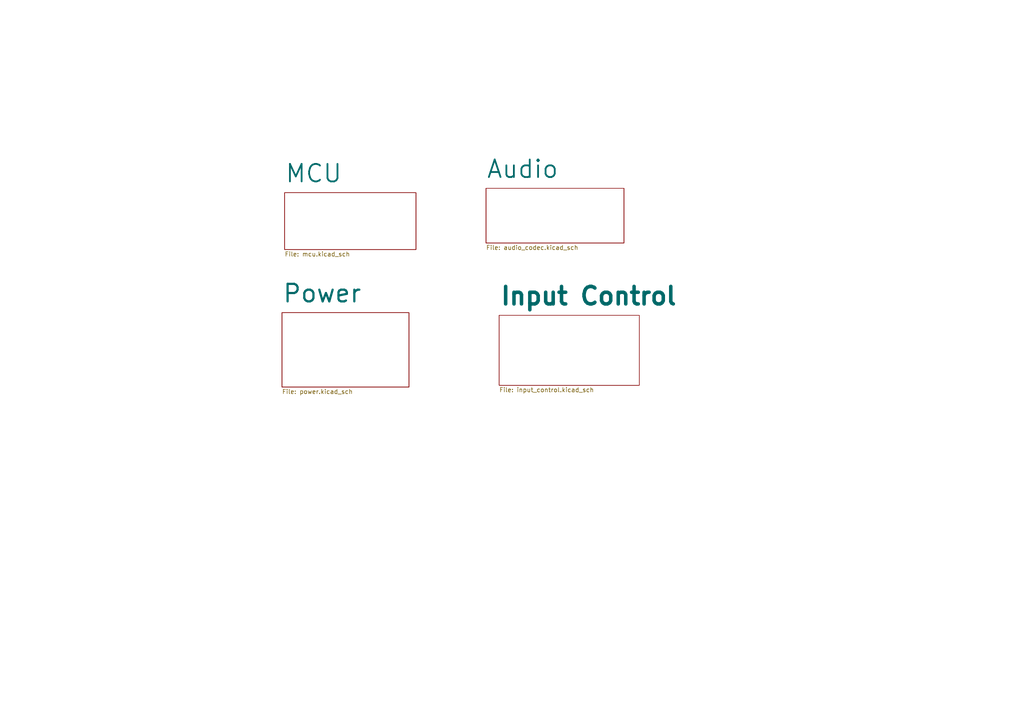
<source format=kicad_sch>
(kicad_sch
	(version 20250114)
	(generator "eeschema")
	(generator_version "9.0")
	(uuid "a77f8f1b-3e6d-40f9-a36e-54a20299e9bc")
	(paper "A4")
	(title_block
		(title "Galerna Dsp")
		(company "Mirroraudio")
	)
	(lib_symbols)
	(sheet
		(at 81.788 90.678)
		(size 36.83 21.59)
		(exclude_from_sim no)
		(in_bom yes)
		(on_board yes)
		(dnp no)
		(fields_autoplaced yes)
		(stroke
			(width 0.1524)
			(type solid)
		)
		(fill
			(color 0 0 0 0.0000)
		)
		(uuid "3237a832-a4e0-4dac-bf7d-0ca39f4bb036")
		(property "Sheetname" "Power"
			(at 81.788 88.0614 0)
			(effects
				(font
					(size 5.08 5.08)
					(thickness 0.635)
				)
				(justify left bottom)
			)
		)
		(property "Sheetfile" "power.kicad_sch"
			(at 81.788 112.8526 0)
			(effects
				(font
					(size 1.27 1.27)
				)
				(justify left top)
			)
		)
		(instances
			(project "GalernaDsp"
				(path "/a77f8f1b-3e6d-40f9-a36e-54a20299e9bc"
					(page "4")
				)
			)
		)
	)
	(sheet
		(at 82.55 55.88)
		(size 38.1 16.51)
		(exclude_from_sim no)
		(in_bom yes)
		(on_board yes)
		(dnp no)
		(fields_autoplaced yes)
		(stroke
			(width 0.1524)
			(type solid)
		)
		(fill
			(color 0 0 0 0.0000)
		)
		(uuid "6f30b934-5b55-48c2-913b-4ebe4ce514c8")
		(property "Sheetname" "MCU"
			(at 82.55 53.2634 0)
			(effects
				(font
					(size 5.08 5.08)
					(thickness 0.508)
					(bold yes)
				)
				(justify left bottom)
			)
		)
		(property "Sheetfile" "mcu.kicad_sch"
			(at 82.55 72.9746 0)
			(effects
				(font
					(size 1.27 1.27)
				)
				(justify left top)
			)
		)
		(instances
			(project "GalernaDsp"
				(path "/a77f8f1b-3e6d-40f9-a36e-54a20299e9bc"
					(page "2")
				)
			)
		)
	)
	(sheet
		(at 144.78 91.44)
		(size 40.64 20.32)
		(exclude_from_sim no)
		(in_bom yes)
		(on_board yes)
		(dnp no)
		(fields_autoplaced yes)
		(stroke
			(width 0.1524)
			(type solid)
		)
		(fill
			(color 0 0 0 0.0000)
		)
		(uuid "9ff4b341-54b0-41b8-b594-0e1d528851b1")
		(property "Sheetname" "Input Control"
			(at 144.78 88.8234 0)
			(effects
				(font
					(size 5.08 5.08)
					(thickness 1.016)
					(bold yes)
				)
				(justify left bottom)
			)
		)
		(property "Sheetfile" "input_control.kicad_sch"
			(at 144.78 112.3446 0)
			(effects
				(font
					(size 1.27 1.27)
				)
				(justify left top)
			)
		)
		(instances
			(project "GalernaDsp"
				(path "/a77f8f1b-3e6d-40f9-a36e-54a20299e9bc"
					(page "5")
				)
			)
		)
	)
	(sheet
		(at 140.97 54.61)
		(size 40.005 15.875)
		(exclude_from_sim no)
		(in_bom yes)
		(on_board yes)
		(dnp no)
		(fields_autoplaced yes)
		(stroke
			(width 0.1524)
			(type solid)
		)
		(fill
			(color 0 0 0 0.0000)
		)
		(uuid "c8eca522-3096-4cb1-b457-c66eaba9f73c")
		(property "Sheetname" "Audio"
			(at 140.97 51.9934 0)
			(effects
				(font
					(size 5.08 5.08)
					(thickness 0.508)
					(bold yes)
				)
				(justify left bottom)
			)
		)
		(property "Sheetfile" "audio_codec.kicad_sch"
			(at 140.97 71.0696 0)
			(effects
				(font
					(size 1.27 1.27)
				)
				(justify left top)
			)
		)
		(instances
			(project "GalernaDsp"
				(path "/a77f8f1b-3e6d-40f9-a36e-54a20299e9bc"
					(page "3")
				)
			)
		)
	)
	(sheet_instances
		(path "/"
			(page "1")
		)
	)
	(embedded_fonts no)
)

</source>
